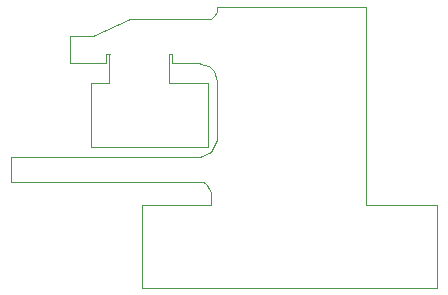
<source format=gbr>
%TF.GenerationSoftware,Altium Limited,Altium Designer,23.10.1 (27)*%
G04 Layer_Color=0*
%FSLAX45Y45*%
%MOMM*%
%TF.SameCoordinates,C732C167-A78C-4608-B65C-7F4C8643914A*%
%TF.FilePolarity,Positive*%
%TF.FileFunction,Profile,NP*%
%TF.Part,Single*%
G01*
G75*
%TA.AperFunction,Profile*%
%ADD53C,0.02540*%
D53*
X27107700Y2821597D02*
Y2821486D01*
X28339227Y2819222D01*
X28341101Y2820397D01*
X28356299Y2809698D01*
X28379483Y2793803D01*
X28385641Y2782136D01*
X28392682Y2766562D01*
X28398480Y2755367D01*
X28413287Y2725599D01*
X28413748Y2626230D01*
X27823724Y2626253D01*
X27823721Y1926278D01*
X27823694Y1926252D01*
X27823788Y1926154D01*
X30325497Y1926153D01*
X30325497Y2626128D01*
X30325525Y2626154D01*
X29723904Y2626181D01*
Y4300288D01*
X29723093Y4301100D01*
X28457993Y4301100D01*
X28457990Y4257799D01*
X28439188Y4224218D01*
X28406464Y4206232D01*
X27725900Y4201403D01*
X27408395Y4054502D01*
X27217126Y4055080D01*
X27217123Y3829270D01*
X27520593Y3828695D01*
X27520596Y3904696D01*
X27550986D01*
X27550699Y3904407D01*
X27550696Y3657322D01*
X27395493D01*
X27395490Y3117819D01*
X28380792Y3117816D01*
X28380795Y3657319D01*
X28050818Y3657322D01*
X28050995Y3657498D01*
X28050995Y3904696D01*
X28081390D01*
Y3828698D01*
X28316489Y3828695D01*
Y3824395D01*
X28389572Y3807612D01*
X28401593Y3795594D01*
X28439191Y3757997D01*
X28457990Y3677999D01*
Y3176399D01*
X28411667Y3077589D01*
X28316095Y3034502D01*
X27107697D01*
X27107697Y3033548D01*
X26716501Y3035703D01*
X26715399Y3034602D01*
X26715396Y2821600D01*
X27107700Y2821597D01*
%TF.MD5,9d078c096ccd95c2372ce33539ee754d*%
M02*

</source>
